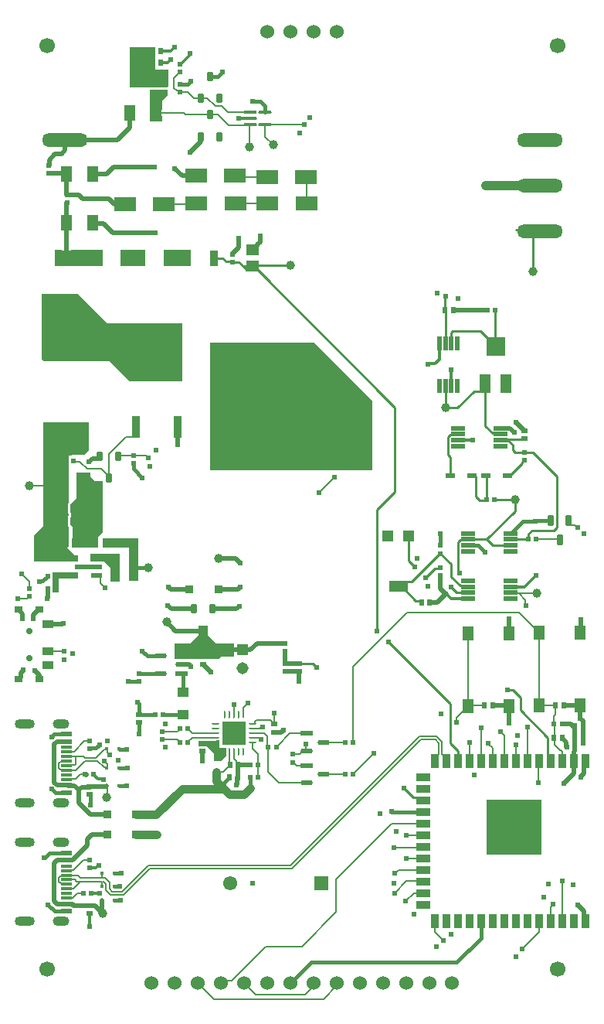
<source format=gtl>
G04*
G04 #@! TF.GenerationSoftware,Altium Limited,Altium Designer,25.4.2 (15)*
G04*
G04 Layer_Physical_Order=1*
G04 Layer_Color=255*
%FSLAX44Y44*%
%MOMM*%
G71*
G04*
G04 #@! TF.SameCoordinates,1E8D850E-D21C-4C0F-B5A5-9806772CD421*
G04*
G04*
G04 #@! TF.FilePolarity,Positive*
G04*
G01*
G75*
%ADD12C,0.1524*%
%ADD16C,0.2540*%
%ADD17R,1.3383X0.5780*%
G04:AMPARAMS|DCode=18|XSize=1.3383mm|YSize=0.578mm|CornerRadius=0.289mm|HoleSize=0mm|Usage=FLASHONLY|Rotation=180.000|XOffset=0mm|YOffset=0mm|HoleType=Round|Shape=RoundedRectangle|*
%AMROUNDEDRECTD18*
21,1,1.3383,0.0000,0,0,180.0*
21,1,0.7603,0.5780,0,0,180.0*
1,1,0.5780,-0.3802,0.0000*
1,1,0.5780,0.3802,0.0000*
1,1,0.5780,0.3802,0.0000*
1,1,0.5780,-0.3802,0.0000*
%
%ADD18ROUNDEDRECTD18*%
%ADD19R,0.6000X0.6400*%
%ADD20R,1.1000X1.0000*%
%ADD21R,0.6400X0.6000*%
%ADD22R,5.0000X2.9000*%
%ADD23R,0.5400X0.6000*%
%ADD24R,0.2500X0.8000*%
G04:AMPARAMS|DCode=25|XSize=0.8mm|YSize=0.25mm|CornerRadius=0.125mm|HoleSize=0mm|Usage=FLASHONLY|Rotation=270.000|XOffset=0mm|YOffset=0mm|HoleType=Round|Shape=RoundedRectangle|*
%AMROUNDEDRECTD25*
21,1,0.8000,0.0000,0,0,270.0*
21,1,0.5500,0.2500,0,0,270.0*
1,1,0.2500,0.0000,-0.2750*
1,1,0.2500,0.0000,0.2750*
1,1,0.2500,0.0000,0.2750*
1,1,0.2500,0.0000,-0.2750*
%
%ADD25ROUNDEDRECTD25*%
G04:AMPARAMS|DCode=26|XSize=0.25mm|YSize=0.8mm|CornerRadius=0.125mm|HoleSize=0mm|Usage=FLASHONLY|Rotation=270.000|XOffset=0mm|YOffset=0mm|HoleType=Round|Shape=RoundedRectangle|*
%AMROUNDEDRECTD26*
21,1,0.2500,0.5500,0,0,270.0*
21,1,0.0000,0.8000,0,0,270.0*
1,1,0.2500,-0.2750,0.0000*
1,1,0.2500,-0.2750,0.0000*
1,1,0.2500,0.2750,0.0000*
1,1,0.2500,0.2750,0.0000*
%
%ADD26ROUNDEDRECTD26*%
%ADD27R,2.6000X2.6000*%
%ADD28R,1.2954X1.2954*%
%ADD29C,1.0000*%
%ADD30R,1.3000X2.0000*%
%ADD31R,2.0000X2.0000*%
G04:AMPARAMS|DCode=32|XSize=0.45mm|YSize=1.55mm|CornerRadius=0.0495mm|HoleSize=0mm|Usage=FLASHONLY|Rotation=0.000|XOffset=0mm|YOffset=0mm|HoleType=Round|Shape=RoundedRectangle|*
%AMROUNDEDRECTD32*
21,1,0.4500,1.4510,0,0,0.0*
21,1,0.3510,1.5500,0,0,0.0*
1,1,0.0990,0.1755,-0.7255*
1,1,0.0990,-0.1755,-0.7255*
1,1,0.0990,-0.1755,0.7255*
1,1,0.0990,0.1755,0.7255*
%
%ADD32ROUNDEDRECTD32*%
G04:AMPARAMS|DCode=33|XSize=0.45mm|YSize=1.55mm|CornerRadius=0.0495mm|HoleSize=0mm|Usage=FLASHONLY|Rotation=270.000|XOffset=0mm|YOffset=0mm|HoleType=Round|Shape=RoundedRectangle|*
%AMROUNDEDRECTD33*
21,1,0.4500,1.4510,0,0,270.0*
21,1,0.3510,1.5500,0,0,270.0*
1,1,0.0990,-0.7255,-0.1755*
1,1,0.0990,-0.7255,0.1755*
1,1,0.0990,0.7255,0.1755*
1,1,0.0990,0.7255,-0.1755*
%
%ADD33ROUNDEDRECTD33*%
%ADD34R,0.6000X0.5400*%
%ADD35R,1.1000X0.5000*%
G04:AMPARAMS|DCode=36|XSize=1.23mm|YSize=0.6mm|CornerRadius=0.075mm|HoleSize=0mm|Usage=FLASHONLY|Rotation=270.000|XOffset=0mm|YOffset=0mm|HoleType=Round|Shape=RoundedRectangle|*
%AMROUNDEDRECTD36*
21,1,1.2300,0.4500,0,0,270.0*
21,1,1.0800,0.6000,0,0,270.0*
1,1,0.1500,-0.2250,-0.5400*
1,1,0.1500,-0.2250,0.5400*
1,1,0.1500,0.2250,0.5400*
1,1,0.1500,0.2250,-0.5400*
%
%ADD36ROUNDEDRECTD36*%
%ADD37R,0.9000X1.5000*%
%ADD38R,1.5000X0.9000*%
%ADD39R,0.9000X0.9000*%
%ADD40R,0.9000X0.9500*%
G04:AMPARAMS|DCode=41|XSize=1.3571mm|YSize=0.5721mm|CornerRadius=0.2861mm|HoleSize=0mm|Usage=FLASHONLY|Rotation=0.000|XOffset=0mm|YOffset=0mm|HoleType=Round|Shape=RoundedRectangle|*
%AMROUNDEDRECTD41*
21,1,1.3571,0.0000,0,0,0.0*
21,1,0.7850,0.5721,0,0,0.0*
1,1,0.5721,0.3925,0.0000*
1,1,0.5721,-0.3925,0.0000*
1,1,0.5721,-0.3925,0.0000*
1,1,0.5721,0.3925,0.0000*
%
%ADD41ROUNDEDRECTD41*%
%ADD42R,1.3571X0.5721*%
G04:AMPARAMS|DCode=43|XSize=0.65mm|YSize=1mm|CornerRadius=0.0813mm|HoleSize=0mm|Usage=FLASHONLY|Rotation=0.000|XOffset=0mm|YOffset=0mm|HoleType=Round|Shape=RoundedRectangle|*
%AMROUNDEDRECTD43*
21,1,0.6500,0.8375,0,0,0.0*
21,1,0.4875,1.0000,0,0,0.0*
1,1,0.1625,0.2438,-0.4188*
1,1,0.1625,-0.2438,-0.4188*
1,1,0.1625,-0.2438,0.4188*
1,1,0.1625,0.2438,0.4188*
%
%ADD43ROUNDEDRECTD43*%
%ADD44R,1.2500X1.1000*%
%ADD45R,1.0000X3.0000*%
%ADD46R,1.2000X0.6000*%
%ADD47R,1.4500X2.8100*%
%ADD48R,1.4700X1.1600*%
%ADD49R,0.9398X2.4892*%
%ADD50R,5.5626X6.2992*%
%ADD51R,0.9700X1.7300*%
%ADD52R,2.5400X1.8000*%
%ADD53R,1.3000X1.8000*%
G04:AMPARAMS|DCode=54|XSize=1.464mm|YSize=0.3758mm|CornerRadius=0.1879mm|HoleSize=0mm|Usage=FLASHONLY|Rotation=0.000|XOffset=0mm|YOffset=0mm|HoleType=Round|Shape=RoundedRectangle|*
%AMROUNDEDRECTD54*
21,1,1.4640,0.0000,0,0,0.0*
21,1,1.0881,0.3758,0,0,0.0*
1,1,0.3758,0.5441,0.0000*
1,1,0.3758,-0.5441,0.0000*
1,1,0.3758,-0.5441,0.0000*
1,1,0.3758,0.5441,0.0000*
%
%ADD54ROUNDEDRECTD54*%
%ADD55R,1.4640X0.3758*%
%ADD56R,2.3300X1.5500*%
%ADD57R,0.4000X0.4000*%
%ADD58R,1.1500X0.6000*%
%ADD59R,1.1500X0.3000*%
%ADD60R,1.3000X1.5500*%
%ADD61R,0.9300X0.8000*%
%ADD62R,1.2500X0.9000*%
%ADD68R,2.0066X1.2954*%
%ADD95C,1.5500*%
%ADD96R,1.5500X1.5500*%
G04:AMPARAMS|DCode=99|XSize=1mm|YSize=1.8mm|CornerRadius=0.5mm|HoleSize=0mm|Usage=FLASHONLY|Rotation=270.000|XOffset=0mm|YOffset=0mm|HoleType=Round|Shape=RoundedRectangle|*
%AMROUNDEDRECTD99*
21,1,1.0000,0.8000,0,0,270.0*
21,1,0.0000,1.8000,0,0,270.0*
1,1,1.0000,-0.4000,0.0000*
1,1,1.0000,-0.4000,0.0000*
1,1,1.0000,0.4000,0.0000*
1,1,1.0000,0.4000,0.0000*
%
%ADD99ROUNDEDRECTD99*%
G04:AMPARAMS|DCode=100|XSize=1mm|YSize=2.2mm|CornerRadius=0.5mm|HoleSize=0mm|Usage=FLASHONLY|Rotation=270.000|XOffset=0mm|YOffset=0mm|HoleType=Round|Shape=RoundedRectangle|*
%AMROUNDEDRECTD100*
21,1,1.0000,1.2000,0,0,270.0*
21,1,0.0000,2.2000,0,0,270.0*
1,1,1.0000,-0.6000,0.0000*
1,1,1.0000,-0.6000,0.0000*
1,1,1.0000,0.6000,0.0000*
1,1,1.0000,0.6000,0.0000*
%
%ADD100ROUNDEDRECTD100*%
%ADD102C,0.3810*%
%ADD103C,0.5080*%
%ADD104C,0.1532*%
%ADD105C,0.3302*%
%ADD106C,1.0160*%
%ADD107C,0.9398*%
%ADD108O,5.0000X1.5000*%
%ADD109C,1.5240*%
%ADD110C,1.7000*%
%ADD111R,1.3080X1.3080*%
%ADD112C,1.3080*%
%ADD113C,0.7000*%
%ADD114C,0.6096*%
G36*
X161860Y1044260D02*
X161860D01*
Y1042740D01*
X161860D01*
Y1031260D01*
X162000D01*
Y1029000D01*
X176000D01*
Y1011466D01*
X175200Y1010190D01*
X156220D01*
X155266Y1010000D01*
X133991D01*
X133408Y1011408D01*
X134000Y1012000D01*
Y1054000D01*
X161860D01*
Y1044260D01*
D02*
G37*
G36*
X175200Y1001600D02*
X169000Y995400D01*
Y985367D01*
X162500D01*
X161212Y985110D01*
X160119Y984381D01*
X159390Y983288D01*
X159133Y982000D01*
X159390Y980712D01*
X160119Y979619D01*
X161212Y978890D01*
X162500Y978633D01*
X169000D01*
Y973000D01*
X156000D01*
Y1007380D01*
X156220Y1007600D01*
X175200D01*
Y1001600D01*
D02*
G37*
G36*
X77050Y831650D02*
X104050D01*
Y814350D01*
X94350D01*
X94000Y814000D01*
X51300D01*
Y832000D01*
X59321D01*
Y825140D01*
X59215Y824982D01*
X58821Y823000D01*
X59215Y821018D01*
X60338Y819337D01*
X62018Y818215D01*
X64000Y817821D01*
X65982Y818215D01*
X67663Y819337D01*
X68162Y819837D01*
X69285Y821518D01*
X69679Y823500D01*
Y832000D01*
X76700D01*
X77050Y831650D01*
D02*
G37*
G36*
X201050Y814350D02*
X170950D01*
Y831650D01*
X201050D01*
Y814350D01*
D02*
G37*
G36*
X151050D02*
X123950D01*
Y831650D01*
X151050D01*
Y814350D01*
D02*
G37*
G36*
X109000Y752000D02*
X191000D01*
Y688000D01*
X134000D01*
X112000Y710000D01*
X40000D01*
X37000Y713000D01*
Y784000D01*
X77000D01*
X109000Y752000D01*
D02*
G37*
G36*
X400050Y666750D02*
Y590550D01*
X222250D01*
X222000Y593750D01*
X222250Y594000D01*
Y730250D01*
X336550D01*
X400050Y666750D01*
D02*
G37*
G36*
X91000Y584000D02*
X96000Y579000D01*
X104000D01*
Y523000D01*
X99000Y518000D01*
Y506000D01*
X71414D01*
X71000Y507000D01*
Y529000D01*
X69000Y531000D01*
Y539161D01*
X69393Y539749D01*
X69590Y540740D01*
Y543260D01*
X69393Y544251D01*
X69000Y544839D01*
Y553161D01*
X69393Y553749D01*
X69552Y554552D01*
X75000Y560000D01*
Y588000D01*
X91000D01*
Y584000D01*
D02*
G37*
G36*
X89000Y613000D02*
X84000Y608000D01*
X70000D01*
Y607000D01*
X69540Y606540D01*
X67080D01*
Y604080D01*
X67000Y604000D01*
Y554740D01*
X65860D01*
Y543260D01*
X67000D01*
Y540740D01*
X65860D01*
Y529260D01*
X67000D01*
Y508000D01*
X65000Y506000D01*
X67460Y503540D01*
Y503460D01*
X67540D01*
X73000Y498000D01*
X77000D01*
Y491000D01*
X29000D01*
Y506000D01*
D01*
Y520000D01*
X39000Y530000D01*
Y563000D01*
Y643000D01*
X89000D01*
Y613000D01*
D02*
G37*
G36*
X143000Y488532D02*
X138000D01*
X136266Y488187D01*
X134795Y487205D01*
X134524Y486799D01*
X133000Y487261D01*
Y506000D01*
X104000D01*
Y516000D01*
X143000D01*
Y488532D01*
D02*
G37*
G36*
X123000Y469000D02*
X113000D01*
Y484000D01*
X106000Y491000D01*
X91000D01*
Y499000D01*
X123000D01*
Y469000D01*
D02*
G37*
G36*
X77000Y472000D02*
X56000D01*
Y457000D01*
X49000D01*
Y479000D01*
X77000D01*
Y472000D01*
D02*
G37*
G36*
X219000Y410000D02*
X228000Y401000D01*
X248420D01*
Y396540D01*
X257500D01*
Y391460D01*
X248420D01*
Y387000D01*
X234000D01*
X231000Y384000D01*
X219740D01*
Y384140D01*
X208260D01*
Y384000D01*
X183000D01*
Y401000D01*
X200000D01*
X209000Y410000D01*
Y421000D01*
X219000D01*
Y410000D01*
D02*
G37*
G36*
X232000Y287000D02*
X240000D01*
Y278000D01*
X234000Y272000D01*
X226000D01*
Y281000D01*
X219000Y288000D01*
X218740D01*
Y288540D01*
X209000D01*
Y294735D01*
X217143D01*
X217675Y294629D01*
X228000D01*
X229290Y294886D01*
X229461Y295000D01*
X232000D01*
Y287000D01*
D02*
G37*
G36*
X585000Y170000D02*
X525000D01*
Y230000D01*
X585000D01*
Y170000D01*
D02*
G37*
D12*
X271230Y297980D02*
X274745D01*
X276975Y295750D02*
X277750D01*
X274745Y297980D02*
X276975Y295750D01*
X65250Y252500D02*
X65480Y252730D01*
X65250Y282500D02*
X65480Y282730D01*
X72600D01*
X65480Y252730D02*
X74220D01*
X72600Y282730D02*
X84190Y294320D01*
X74220Y252730D02*
X79490Y258000D01*
X86000D01*
X109000Y215250D02*
X110250Y214000D01*
X109000Y233000D02*
Y245000D01*
X109000Y245000D02*
X109000Y245000D01*
X84190Y294320D02*
X91000D01*
X110800Y582000D02*
Y608962D01*
X24000Y461640D02*
Y468760D01*
X15240Y477520D02*
X24000Y468760D01*
X594973Y97626D02*
Y112011D01*
X598000Y115038D01*
Y116000D01*
X582000Y249000D02*
Y272100D01*
X582400Y272500D01*
X282201Y969500D02*
X282434Y969267D01*
X324733D01*
X325000Y969000D01*
X504500Y333750D02*
X505250Y333000D01*
X504500Y333750D02*
Y411750D01*
X557000Y272500D02*
Y290000D01*
X233800Y29600D02*
X235994Y31794D01*
X245230D01*
X282951Y69515D01*
X322515D01*
X360000Y107000D01*
Y143000D01*
X421050Y204050D01*
X455600D01*
X260029Y969500D02*
X265563D01*
X401000Y280980D02*
Y281000D01*
X378320Y258300D02*
X401000Y280980D01*
X378320Y258000D02*
Y258300D01*
X560454Y434796D02*
X582500Y412750D01*
X437796Y434796D02*
X560454D01*
X378320Y293000D02*
Y375320D01*
X437796Y434796D01*
X582500Y408363D02*
Y412750D01*
X506000Y272700D02*
X506200Y272500D01*
X506000Y272700D02*
Y293000D01*
X341000Y566000D02*
X358000Y583000D01*
X282201Y955799D02*
X291000Y947000D01*
X282201Y955799D02*
Y969500D01*
X265299Y983000D02*
X265799Y982500D01*
X241000Y983000D02*
X265299D01*
X234810Y989190D02*
X241000Y983000D01*
X227648Y989190D02*
X234810D01*
X218838Y998000D02*
X227648Y989190D01*
X211600Y998000D02*
X218838D01*
X265000Y945000D02*
Y968937D01*
X265563Y969500D01*
X265799D01*
X242000Y968000D02*
X258529D01*
X260029Y969500D01*
X230000Y980000D02*
X242000Y968000D01*
X221800Y980000D02*
X230000D01*
X162500Y982000D02*
X193000D01*
X195000Y980000D01*
X221800D01*
X189000Y1004680D02*
X197320D01*
X204000Y998000D01*
X211600D01*
X187570Y1006110D02*
X189000Y1004680D01*
X185122Y1006110D02*
X187570D01*
X182190Y1009042D02*
X185122Y1006110D01*
X182190Y1009042D02*
Y1020170D01*
X188700Y1026680D01*
X189000D01*
X249000Y913000D02*
X250000Y912000D01*
X284300D01*
X327000D02*
X327350Y911650D01*
Y883000D02*
Y911650D01*
X249350Y883000D02*
X284650D01*
X205650Y882000D02*
X206650Y883000D01*
X171000Y882000D02*
X205650D01*
X64250Y122500D02*
X64480Y122730D01*
X70900D01*
X76170Y128000D01*
X82680D01*
X228375Y260608D02*
X236208D01*
X243600Y268000D01*
X64250Y152500D02*
X64480Y152730D01*
X71600D01*
X83190Y164320D01*
X90000D01*
X582500Y333250D02*
Y408363D01*
X564000Y67000D02*
X582400Y85400D01*
Y97500D01*
X468100Y85077D02*
Y97500D01*
Y85077D02*
X477192Y75984D01*
X491878Y314919D02*
Y319628D01*
X607800Y97500D02*
X608000Y97700D01*
Y141000D01*
X624038Y528000D02*
X625000D01*
X621310Y530728D02*
X624038Y528000D01*
X616230Y530728D02*
X621310D01*
X614500Y532458D02*
X616230Y530728D01*
X614500Y532458D02*
Y535600D01*
X604400Y515000D02*
X605000Y514400D01*
X579320Y515000D02*
X604400D01*
X110800Y608962D02*
X129128Y627290D01*
X136711D01*
X140140Y630719D01*
Y638466D01*
X518900Y272500D02*
X519000Y272600D01*
Y309000D01*
X151360Y606640D02*
X154000Y604000D01*
X138000Y606640D02*
X151360D01*
X121640D02*
X138000D01*
X121000Y606000D02*
X121640Y606640D01*
X24000Y574000D02*
X43000D01*
X110800Y582000D02*
Y583750D01*
X102050Y592500D02*
X110800Y583750D01*
X86801Y592500D02*
X102050D01*
X78830Y600471D02*
X86801Y592500D01*
X72849Y600471D02*
X78830D01*
X72320Y601000D02*
X72849Y600471D01*
X97000Y475500D02*
X100000D01*
X101730Y473770D01*
Y467270D02*
Y473770D01*
Y467270D02*
X107000Y462000D01*
X41000Y504000D02*
X47000D01*
X44050Y392500D02*
X44550Y393000D01*
X62000D01*
X11000Y450000D02*
X21000D01*
X24000Y453000D01*
X243000Y268600D02*
X243170Y268770D01*
Y276250D01*
X243250D01*
X227980Y292980D02*
X228000Y293000D01*
X226430Y282750D02*
X238250D01*
Y280040D02*
Y282750D01*
X268500Y285630D02*
X274320Y279810D01*
X268500Y285630D02*
Y293000D01*
Y303000D02*
X268520Y302980D01*
X268500Y308000D02*
X276038D01*
X278000Y309962D01*
X248230Y323270D02*
X248250Y323250D01*
X270907Y313000D02*
X270927Y313020D01*
Y315427D01*
X268500Y313000D02*
X270907D01*
X270927Y315427D02*
X272500Y317000D01*
X258250Y323250D02*
Y331060D01*
X278000Y309962D02*
X278038Y310000D01*
X279000D01*
X274480Y255160D02*
X274640Y255000D01*
X274480Y255160D02*
Y267840D01*
X274320Y268000D02*
X274480Y267840D01*
X243250Y276250D02*
Y282750D01*
X594973Y97626D02*
X595100Y97500D01*
X263000Y335810D02*
Y336000D01*
X258250Y331060D02*
X263000Y335810D01*
X327000Y283995D02*
X327495Y283500D01*
X327000Y283995D02*
Y291000D01*
X287800Y317000D02*
X290070Y314730D01*
Y314530D02*
X291800Y312800D01*
X272500Y317000D02*
X287800D01*
X290070Y314530D02*
Y314730D01*
X291800Y312800D02*
X292000D01*
X268520Y302980D02*
X281020D01*
X284250Y299750D01*
Y289430D02*
Y299750D01*
X285680Y260320D02*
Y288000D01*
X284250Y289430D02*
X285680Y288000D01*
X248000Y334000D02*
X248230Y333770D01*
Y323270D02*
Y333770D01*
X234618Y276408D02*
X238250Y280040D01*
X230402Y276408D02*
X234618D01*
X229722Y275728D02*
X230402Y276408D01*
X292000Y312800D02*
Y325000D01*
X216200Y292980D02*
X226430Y282750D01*
X216200Y292980D02*
X227980D01*
X213000Y291800D02*
X214180Y292980D01*
X216200D01*
X274320Y268000D02*
Y279810D01*
X551250Y456750D02*
X552198Y455802D01*
X560078D01*
X567320Y448560D01*
Y443680D02*
Y448560D01*
Y443680D02*
X568000Y443000D01*
X437000Y191000D02*
X437350Y191350D01*
X455600D01*
X423000Y178000D02*
X454950D01*
X455600Y178650D01*
X437000Y166000D02*
X437050Y165950D01*
X455600D01*
X424000Y150000D02*
X424962D01*
X428212Y153250D01*
X455600D01*
X424000Y128000D02*
X437000Y141000D01*
X455150D01*
X445000Y128000D02*
X455450D01*
X436000Y119000D02*
X445000Y128000D01*
X455150Y141000D02*
X455600Y140550D01*
X455450Y128000D02*
X455600Y127850D01*
X531600Y272500D02*
Y286644D01*
X527000Y291244D02*
X531600Y286644D01*
X527000Y291244D02*
Y292000D01*
X544300Y272500D02*
Y299944D01*
X540000Y304244D02*
X544300Y299944D01*
X540000Y304244D02*
Y305000D01*
X569850Y273398D02*
Y309850D01*
X570000Y310000D01*
X569326Y272874D02*
X569850Y273398D01*
X579625Y456375D02*
X580000Y456000D01*
X551625Y456375D02*
X579625D01*
X551250Y456750D02*
X551625Y456375D01*
X491878Y319628D02*
X505250Y333000D01*
X522600D01*
X250670Y269730D02*
X252400Y268000D01*
X250670Y269730D02*
Y272520D01*
X248250Y274940D02*
X250670Y272520D01*
X248250Y274940D02*
Y282750D01*
X600600Y322985D02*
Y333000D01*
X599000Y321385D02*
X600600Y322985D01*
X599000Y313000D02*
Y321385D01*
X582750Y333000D02*
X600600D01*
X582500Y333250D02*
X582750Y333000D01*
X599200Y290101D02*
Y300000D01*
Y290101D02*
X605159Y284142D01*
X606312D01*
X607800Y282654D01*
Y272500D02*
Y282654D01*
X599000Y313000D02*
X599100Y312900D01*
Y300100D02*
Y312900D01*
Y300100D02*
X599200Y300000D01*
X569326Y272874D02*
X569700Y272500D01*
X531600D02*
X532000Y272900D01*
X308820Y302500D02*
X327495D01*
X296050Y289730D02*
X308820Y302500D01*
X295750Y289730D02*
X296050D01*
X294320Y288300D02*
X295750Y289730D01*
X294320Y288000D02*
Y288300D01*
X323670Y283500D02*
X327495D01*
X319810Y279640D02*
X323670Y283500D01*
X313000Y279640D02*
X319810D01*
X285680Y260320D02*
X297500Y248500D01*
X327495D01*
X313000Y271000D02*
X313300D01*
X316800Y267500D01*
X327495D01*
X346506Y258000D02*
X369680D01*
X346506Y293000D02*
X369680D01*
X454550Y203000D02*
X455600Y204050D01*
X346000Y12000D02*
X360800Y26800D01*
X226000Y12000D02*
X346000D01*
X326317Y17080D02*
X335400Y26163D01*
X259200Y29600D02*
X271720Y17080D01*
X208400Y29600D02*
X226000Y12000D01*
X271720Y17080D02*
X326317D01*
X360800Y26800D02*
Y29600D01*
X335400Y26163D02*
Y29600D01*
D16*
X267600Y814000D02*
X269950D01*
X424500Y659450D01*
Y566750D02*
Y659450D01*
X405000Y547250D02*
X424500Y566750D01*
X405000Y415000D02*
Y547250D01*
X268600Y814000D02*
Y815000D01*
X575000Y610320D02*
X575680D01*
X556168D02*
X575000D01*
X575680D02*
X602310Y583690D01*
Y528311D02*
Y583690D01*
X570555Y515125D02*
X571000Y515570D01*
Y521000D01*
X574656Y524656D01*
X598654D01*
X602310Y528311D01*
X548000Y350000D02*
X554000D01*
X562000Y342000D01*
Y328000D02*
Y342000D01*
Y328000D02*
X591870Y298130D01*
Y275730D02*
Y298130D01*
Y275730D02*
X595100Y272500D01*
X258000Y814000D02*
X262025Y809975D01*
X246000Y818680D02*
X253320D01*
X258000Y814000D01*
X417000Y403000D02*
Y403000D01*
Y403000D02*
X485000Y335000D01*
Y292000D02*
Y335000D01*
Y292000D02*
X493500Y283500D01*
Y272500D02*
Y283500D01*
X258000Y814000D02*
X267600D01*
X268600Y815000D01*
X310000D01*
X245490Y819190D02*
X246000Y818680D01*
X239190Y819190D02*
X245490D01*
X235380Y823000D02*
X239190Y819190D01*
X225800Y823000D02*
X235380D01*
X452370Y232680D02*
X455600Y229450D01*
X444320Y232680D02*
X452370D01*
X434000Y243000D02*
X444320Y232680D01*
X334600Y379400D02*
X339000Y375000D01*
X319000Y379400D02*
X334600D01*
X551375Y515125D02*
X570555D01*
X551250Y515250D02*
X551375Y515125D01*
X479600Y780600D02*
X480000Y781000D01*
X479600Y769200D02*
Y780600D01*
X486250Y741250D02*
X488000Y743000D01*
X518000D02*
X535000Y726000D01*
X488000Y743000D02*
X518000D01*
X486250Y729250D02*
Y741250D01*
Y729250D02*
X487034Y730034D01*
X479675Y729325D02*
Y765925D01*
X523500Y639120D02*
Y686000D01*
Y639120D02*
X531422Y631198D01*
X539302D01*
X540250Y630250D01*
X480000Y659000D02*
X493135D01*
X511405Y677270D02*
X518270D01*
X493135Y659000D02*
X511405Y677270D01*
X554000Y612488D02*
X556168Y610320D01*
X554000Y612488D02*
Y617880D01*
X549078Y622802D02*
X554000Y617880D01*
X541198Y622802D02*
X549078D01*
X540250Y623750D02*
X541198Y622802D01*
X523680Y558000D02*
X524680Y559000D01*
X517000Y558000D02*
X523680D01*
X512730Y562270D02*
X517000Y558000D01*
X512730Y562270D02*
Y583770D01*
X511500Y585000D02*
X512730Y583770D01*
X508500Y585000D02*
X511500D01*
X472570Y482890D02*
X474000Y484320D01*
X467890Y482890D02*
X472570D01*
X458000Y473000D02*
X467890Y482890D01*
X439500Y491500D02*
X446000Y485000D01*
X439500Y491500D02*
Y518500D01*
X492802Y629302D02*
X493750Y630250D01*
X482698Y608055D02*
Y627078D01*
X484922Y629302D02*
X492802D01*
X479875Y659125D02*
Y682625D01*
X479750Y682750D02*
X479875Y682625D01*
Y659125D02*
X480000Y659000D01*
X576000Y808000D02*
Y853000D01*
X575000Y854000D02*
X576000Y853000D01*
X557500Y854000D02*
X575000D01*
X479600Y766000D02*
X479882Y766282D01*
X534320Y726680D02*
X535000Y726000D01*
X534320Y726680D02*
Y766000D01*
X479600D02*
X479675Y765925D01*
Y729325D02*
X479750Y729250D01*
X485500Y585000D02*
Y605253D01*
X482698Y608055D02*
X485500Y605253D01*
X482698Y627078D02*
X484922Y629302D01*
X518270Y677270D02*
X523500Y682500D01*
Y686000D01*
X566000Y625200D02*
X566000Y625200D01*
X565275Y624475D02*
X566000Y625200D01*
X540975Y624475D02*
X565275D01*
X540250Y623750D02*
X540975Y624475D01*
X565700Y601680D02*
X566000D01*
X564270Y600250D02*
X565700Y601680D01*
X564270Y598770D02*
Y600250D01*
X550500Y585000D02*
X564270Y598770D01*
X547500Y585000D02*
X550500D01*
X524500D02*
X524680Y584820D01*
Y559000D02*
Y584820D01*
X525224Y515250D02*
X556000Y546026D01*
Y559000D01*
X533320D02*
X556000D01*
X531724Y508750D02*
X551250D01*
X525224Y515250D02*
X531724Y508750D01*
X504750Y515250D02*
X525224D01*
X503802Y514302D02*
X504750Y515250D01*
X495922Y514302D02*
X503802D01*
X493698Y512078D02*
X495922Y514302D01*
X493698Y480264D02*
Y512078D01*
Y480264D02*
X495000Y478962D01*
Y478000D02*
Y478962D01*
X486000Y463000D02*
X492250Y456750D01*
X504750D01*
X485826Y474294D02*
X495922Y464198D01*
X453600Y446000D02*
Y446200D01*
X451870Y447930D02*
X453600Y446200D01*
X447126Y447930D02*
X451870D01*
X431556Y463500D02*
X447126Y447930D01*
X428000Y463500D02*
X431556D01*
X473700Y499680D02*
X474000D01*
X442727Y468707D02*
X473700Y499680D01*
X433207Y468707D02*
X442727D01*
X428000Y463500D02*
X433207Y468707D01*
X474300Y499680D02*
X485826Y488154D01*
Y474294D02*
Y488154D01*
X495922Y464198D02*
X503802D01*
X504750Y463250D01*
D17*
X190162Y368500D02*
D03*
D18*
Y378000D02*
D03*
Y387500D02*
D03*
X167838D02*
D03*
Y368500D02*
D03*
D19*
X630510Y310134D02*
D03*
X621710D02*
D03*
X621600Y293000D02*
D03*
X630400D02*
D03*
X531400Y333000D02*
D03*
X522600D02*
D03*
X600600D02*
D03*
X609400D02*
D03*
X607650Y297688D02*
D03*
X598850D02*
D03*
X252400Y268000D02*
D03*
X243600D02*
D03*
X243200Y255000D02*
D03*
X252000D02*
D03*
X479600Y766000D02*
D03*
X488400D02*
D03*
X453600Y446000D02*
D03*
X462400D02*
D03*
X167400Y1050000D02*
D03*
X158600D02*
D03*
Y1037000D02*
D03*
X167400D02*
D03*
X62600Y535000D02*
D03*
X71400D02*
D03*
Y549000D02*
D03*
X62600D02*
D03*
D20*
X58500Y511000D02*
D03*
X75500D02*
D03*
X92500D02*
D03*
X109500D02*
D03*
D21*
X90000Y244400D02*
D03*
Y235600D02*
D03*
X292000Y304000D02*
D03*
Y312800D02*
D03*
X213000Y291800D02*
D03*
Y283000D02*
D03*
X90000Y105600D02*
D03*
Y114400D02*
D03*
X566000Y634000D02*
D03*
Y625200D02*
D03*
X144000Y314600D02*
D03*
Y323400D02*
D03*
X214000Y387400D02*
D03*
Y378600D02*
D03*
X319000Y370600D02*
D03*
Y379400D02*
D03*
X172000Y1013400D02*
D03*
Y1004600D02*
D03*
D22*
X64000Y727000D02*
D03*
Y628000D02*
D03*
D23*
X72320Y601000D02*
D03*
X63680D02*
D03*
X524680Y559000D02*
D03*
X533320D02*
D03*
X579320Y515000D02*
D03*
X570680D02*
D03*
X599000Y313000D02*
D03*
X607640D02*
D03*
X91320Y128000D02*
D03*
X82680D02*
D03*
X294320Y288000D02*
D03*
X285680D02*
D03*
X378320Y293000D02*
D03*
X369680D02*
D03*
X378320Y258000D02*
D03*
X369680D02*
D03*
X274320Y268000D02*
D03*
X265680D02*
D03*
X266000Y255000D02*
D03*
X274640D02*
D03*
X197320Y293000D02*
D03*
X188680D02*
D03*
X197320Y308000D02*
D03*
X188680D02*
D03*
X170320Y323000D02*
D03*
X161680D02*
D03*
X52320Y461000D02*
D03*
X43680D02*
D03*
Y475000D02*
D03*
X52320D02*
D03*
X93640Y258000D02*
D03*
X85000D02*
D03*
X525680Y766000D02*
D03*
X534320D02*
D03*
D24*
X258250Y323250D02*
D03*
D25*
X253250D02*
D03*
X248250D02*
D03*
X243250D02*
D03*
X238250D02*
D03*
Y282750D02*
D03*
X243250D02*
D03*
X248250D02*
D03*
X253250D02*
D03*
X258250D02*
D03*
D26*
X228000Y313000D02*
D03*
Y308000D02*
D03*
Y303000D02*
D03*
Y298000D02*
D03*
Y293000D02*
D03*
X268500D02*
D03*
Y298000D02*
D03*
Y303000D02*
D03*
Y308000D02*
D03*
Y313000D02*
D03*
D27*
X248250Y303000D02*
D03*
D28*
X439500Y518500D02*
D03*
X416500D02*
D03*
D29*
X576000Y808000D02*
D03*
X480000Y659000D02*
D03*
X556000Y559000D02*
D03*
X580000Y456000D02*
D03*
X104000Y106000D02*
D03*
X108000Y233000D02*
D03*
X174000Y425000D02*
D03*
X231000Y494000D02*
D03*
X154000Y484000D02*
D03*
X24000Y574000D02*
D03*
X310000Y815000D02*
D03*
X291000Y947000D02*
D03*
X265000Y945000D02*
D03*
D30*
X546500Y686000D02*
D03*
X523500D02*
D03*
D31*
X535000Y726000D02*
D03*
D32*
X492750Y729250D02*
D03*
X486250D02*
D03*
X479750D02*
D03*
X473250D02*
D03*
X492750Y682750D02*
D03*
X486250D02*
D03*
X479750D02*
D03*
X473250D02*
D03*
D33*
X540250Y617250D02*
D03*
Y623750D02*
D03*
Y630250D02*
D03*
Y636750D02*
D03*
X493750Y617250D02*
D03*
Y623750D02*
D03*
Y630250D02*
D03*
Y636750D02*
D03*
X504750Y521750D02*
D03*
Y515250D02*
D03*
Y508750D02*
D03*
Y502250D02*
D03*
X551250Y521750D02*
D03*
Y515250D02*
D03*
Y508750D02*
D03*
Y502250D02*
D03*
X504750Y469750D02*
D03*
Y463250D02*
D03*
Y456750D02*
D03*
Y450250D02*
D03*
X551250Y469750D02*
D03*
Y463250D02*
D03*
Y456750D02*
D03*
Y450250D02*
D03*
D34*
X566000Y601680D02*
D03*
Y610320D02*
D03*
X474000Y499680D02*
D03*
Y508320D02*
D03*
Y475680D02*
D03*
Y484320D02*
D03*
X90000Y155680D02*
D03*
Y164320D02*
D03*
X312166Y271014D02*
D03*
Y279654D02*
D03*
X304000Y392680D02*
D03*
Y401320D02*
D03*
Y379320D02*
D03*
Y370680D02*
D03*
X144000Y368320D02*
D03*
Y359680D02*
D03*
X24000Y461640D02*
D03*
Y453000D02*
D03*
X138000Y598000D02*
D03*
Y606640D02*
D03*
X246000Y827320D02*
D03*
Y818680D02*
D03*
X65000Y892320D02*
D03*
Y883680D02*
D03*
X45000Y924320D02*
D03*
Y915680D02*
D03*
X159000Y1004680D02*
D03*
Y1013320D02*
D03*
X189000D02*
D03*
Y1004680D02*
D03*
Y1035320D02*
D03*
Y1026680D02*
D03*
X90000Y285680D02*
D03*
Y294320D02*
D03*
D35*
X547500Y585000D02*
D03*
X524500D02*
D03*
X508500D02*
D03*
X485500D02*
D03*
D36*
X614500Y535600D02*
D03*
X595500D02*
D03*
X605000Y514400D02*
D03*
D37*
X633200Y272500D02*
D03*
X620500D02*
D03*
X607800D02*
D03*
X595100D02*
D03*
X582400D02*
D03*
X569700D02*
D03*
X557000D02*
D03*
X544300D02*
D03*
X531600D02*
D03*
X518900D02*
D03*
X506200D02*
D03*
X493500D02*
D03*
X468100Y97500D02*
D03*
X480800D02*
D03*
X493500D02*
D03*
X506200D02*
D03*
X518900D02*
D03*
X531600D02*
D03*
X544300D02*
D03*
X557000D02*
D03*
X569700D02*
D03*
X582400D02*
D03*
X595100D02*
D03*
X607800D02*
D03*
X620500D02*
D03*
X633200D02*
D03*
X480800Y272500D02*
D03*
X468100D02*
D03*
D38*
X455600Y254850D02*
D03*
Y242150D02*
D03*
Y229450D02*
D03*
Y216750D02*
D03*
Y204050D02*
D03*
Y191350D02*
D03*
Y178650D02*
D03*
Y165950D02*
D03*
Y153250D02*
D03*
Y140550D02*
D03*
Y127850D02*
D03*
Y115150D02*
D03*
D39*
X556000Y200000D02*
D03*
X570000D02*
D03*
Y214000D02*
D03*
X556000D02*
D03*
X542000D02*
D03*
Y200000D02*
D03*
Y186000D02*
D03*
X556000D02*
D03*
X570000D02*
D03*
D40*
X140500Y192000D02*
D03*
X109000D02*
D03*
X140750Y214000D02*
D03*
X109250D02*
D03*
X230750Y460000D02*
D03*
X199250D02*
D03*
D41*
X346506Y293000D02*
D03*
X327495Y283500D02*
D03*
X346506Y258000D02*
D03*
X327495Y248500D02*
D03*
D42*
Y302500D02*
D03*
Y267500D02*
D03*
D43*
X214000Y415000D02*
D03*
X203800Y439000D02*
D03*
X224200D02*
D03*
X221800Y1022000D02*
D03*
X232000Y998000D02*
D03*
X211600D02*
D03*
X221800Y980000D02*
D03*
X232000Y956000D02*
D03*
X211600D02*
D03*
X121000Y606000D02*
D03*
X100600D02*
D03*
X110800Y582000D02*
D03*
D44*
X192000Y348000D02*
D03*
Y323000D02*
D03*
D45*
X138000Y484000D02*
D03*
X118000D02*
D03*
D46*
X71000Y475500D02*
D03*
Y494500D02*
D03*
X97000D02*
D03*
Y485000D02*
D03*
Y475500D02*
D03*
D47*
X82300Y574000D02*
D03*
X53700D02*
D03*
D48*
X268000Y832000D02*
D03*
Y814400D02*
D03*
D49*
X185860Y638466D02*
D03*
X140140D02*
D03*
D50*
X163000Y720000D02*
D03*
D51*
X225800Y823000D02*
D03*
X196200D02*
D03*
X175800D02*
D03*
X146200D02*
D03*
X128800D02*
D03*
X99200D02*
D03*
D52*
X64000D02*
D03*
Y775000D02*
D03*
D53*
X93500Y862000D02*
D03*
X64500D02*
D03*
X93500Y915000D02*
D03*
X64500D02*
D03*
X162500Y982000D02*
D03*
X133500D02*
D03*
D54*
X282201Y982500D02*
D03*
Y969500D02*
D03*
X265799D02*
D03*
Y976000D02*
D03*
D55*
Y982500D02*
D03*
D56*
X128300Y882000D02*
D03*
X171000D02*
D03*
X249350Y883000D02*
D03*
X206650D02*
D03*
X327000Y912000D02*
D03*
X284300D02*
D03*
X284650Y883000D02*
D03*
X327350D02*
D03*
X249000Y913000D02*
D03*
X206300D02*
D03*
D57*
X108000Y265000D02*
D03*
X122000D02*
D03*
X108000Y286000D02*
D03*
X122000D02*
D03*
X122322Y245522D02*
D03*
X108322D02*
D03*
X117000Y120000D02*
D03*
X103000D02*
D03*
X117000Y150000D02*
D03*
X103000D02*
D03*
X117000Y135000D02*
D03*
X103000D02*
D03*
D58*
X64250Y238000D02*
D03*
Y246000D02*
D03*
Y302000D02*
D03*
Y294000D02*
D03*
Y108000D02*
D03*
Y116000D02*
D03*
Y172000D02*
D03*
Y164000D02*
D03*
D59*
Y252500D02*
D03*
Y282500D02*
D03*
Y287500D02*
D03*
Y272500D02*
D03*
Y277500D02*
D03*
Y262500D02*
D03*
Y267500D02*
D03*
Y257500D02*
D03*
Y122500D02*
D03*
Y152500D02*
D03*
Y157500D02*
D03*
Y142500D02*
D03*
Y147500D02*
D03*
Y132500D02*
D03*
Y137500D02*
D03*
Y127500D02*
D03*
D60*
X504500Y332250D02*
D03*
Y411750D02*
D03*
X549500Y332250D02*
D03*
Y411750D02*
D03*
X582500Y333250D02*
D03*
Y412750D02*
D03*
X627500Y333250D02*
D03*
Y412750D02*
D03*
D61*
X11950Y362000D02*
D03*
Y438000D02*
D03*
X34650Y362000D02*
D03*
Y438000D02*
D03*
D62*
X44050Y377500D02*
D03*
Y392500D02*
D03*
Y422500D02*
D03*
D68*
X428000Y463500D02*
D03*
D95*
X244000Y139000D02*
D03*
D96*
X344000D02*
D03*
D99*
X58500Y226800D02*
D03*
Y313200D02*
D03*
Y96800D02*
D03*
Y183200D02*
D03*
D100*
X18500Y226800D02*
D03*
Y313200D02*
D03*
Y96800D02*
D03*
Y183200D02*
D03*
D102*
X91000Y224000D02*
Y235600D01*
X48000Y242000D02*
X48619D01*
X52619Y238000D01*
X65250D01*
X48000Y299000D02*
X51000Y302000D01*
X65250D01*
X100381Y290000D02*
X101000D01*
X91000Y285680D02*
X91795Y286475D01*
X96856D01*
X100381Y290000D01*
X85205Y257205D02*
X86000Y258000D01*
X123000Y245000D02*
X130000D01*
X123000Y265000D02*
X131000D01*
X123000Y285000D02*
X130000D01*
X35000Y469000D02*
X35437Y469437D01*
X38417D01*
X43680Y474700D01*
Y475000D01*
X282201Y982500D02*
Y989799D01*
X277000Y995000D02*
X282201Y989799D01*
X268000Y995000D02*
X277000D01*
X117095Y135095D02*
X122361D01*
X117000Y135000D02*
X117095Y135095D01*
X122361D02*
X122774Y135508D01*
X142219Y337092D02*
X144000Y335311D01*
Y323400D02*
Y335311D01*
X230000Y1022000D02*
X235000Y1027000D01*
X221800Y1022000D02*
X230000D01*
X196908Y1013320D02*
X200256Y1016668D01*
X189000Y1013320D02*
X196908D01*
X167345Y1025251D02*
X172000Y1020595D01*
Y1013400D02*
Y1020595D01*
X148000Y1021000D02*
X151320D01*
X159000Y1013320D01*
X139000Y1037000D02*
X158600D01*
X148000Y1050000D02*
X158600D01*
X237000Y242000D02*
X237437Y242437D01*
Y249037D01*
X243200Y254800D01*
Y255000D01*
X266000Y243000D02*
Y255000D01*
X147000Y393000D02*
X147619D01*
X153119Y387500D01*
X167838D01*
X167748Y368410D02*
X167838Y368500D01*
X144090Y368410D02*
X167748D01*
X144000Y368320D02*
X144090Y368410D01*
X190162Y368500D02*
X191015D01*
X192000Y367515D01*
Y348000D02*
Y367515D01*
X170320Y323000D02*
X192000D01*
X190250Y323750D02*
X191000Y324500D01*
X170320Y323000D02*
X171070Y323750D01*
X161480Y323200D02*
X161680Y323000D01*
X144200Y323200D02*
X161480D01*
X144000Y323400D02*
X144200Y323200D01*
X474000Y508320D02*
Y521000D01*
X515886Y508750D02*
X523273Y501363D01*
X504750Y508750D02*
X515886D01*
X138000Y592124D02*
X147656Y582468D01*
X138000Y592124D02*
Y598000D01*
Y484000D02*
X138000Y484000D01*
X154000D01*
X52320Y475000D02*
X52570Y475250D01*
X70750D02*
X71000Y475500D01*
X132000Y360000D02*
X143680D01*
X144000Y359680D01*
Y302000D02*
Y314600D01*
X117000Y120000D02*
X124000D01*
X124134Y150000D02*
X124176Y149958D01*
X117000Y150000D02*
X124134D01*
X51225Y108000D02*
X64250D01*
X44402Y114822D02*
X51225Y108000D01*
X40000Y167000D02*
X40619D01*
X45619Y172000D01*
X64250D01*
X265205Y254205D02*
X266000Y255000D01*
X243200D02*
X243400Y255200D01*
X455475Y216875D02*
X455600Y216750D01*
X421125Y216875D02*
X455475D01*
X421000Y217000D02*
X421125Y216875D01*
X518900Y78900D02*
Y97500D01*
X492000Y52000D02*
X518900Y78900D01*
X332400Y52000D02*
X492000D01*
X310000Y29600D02*
X332400Y52000D01*
X480081Y455000D02*
X480619D01*
X595343Y535443D02*
X595500Y535600D01*
X578384Y535443D02*
X595343D01*
X578227Y535286D02*
X578384Y535443D01*
X564786Y535286D02*
X578227D01*
X551250Y521750D02*
X564786Y535286D01*
D103*
X90701Y214241D02*
X97338D01*
X97579Y214000D01*
X54058Y246000D02*
X65250D01*
X65710Y245540D01*
X73185D01*
X51029Y249029D02*
Y291024D01*
X54005Y294000D01*
X51029Y249029D02*
X54058Y246000D01*
X54005Y294000D02*
X65250D01*
X81215Y243940D02*
X90540D01*
X73185Y245540D02*
X77725Y241000D01*
X78000D01*
Y226942D02*
Y241000D01*
X78275D01*
X81215Y243940D01*
X78000Y226942D02*
X90701Y214241D01*
X90000Y244400D02*
X100650D01*
X107689Y244888D02*
X108322Y245522D01*
X100650Y244400D02*
X101138Y244888D01*
X107689D01*
X97579Y214000D02*
X110250D01*
X616800Y313000D02*
X621600Y308200D01*
X630400Y305000D02*
Y316113D01*
X607650Y297488D02*
X612456Y292682D01*
Y287882D02*
Y292682D01*
Y287882D02*
X612650Y287688D01*
X607650Y297488D02*
Y297688D01*
X550250Y636750D02*
X555000Y632000D01*
X540250Y636750D02*
X550250D01*
X64710Y115540D02*
X71207D01*
X64250Y116000D02*
X64710Y115540D01*
X72347Y114400D02*
X95600D01*
X71207Y115540D02*
X72347Y114400D01*
X87000Y180000D02*
Y187000D01*
X64710Y164460D02*
X71460D01*
X87000Y180000D01*
X64250Y164000D02*
X64710Y164460D01*
X174000Y425000D02*
X184000Y415000D01*
X214000D01*
X609394Y247687D02*
X620500Y258794D01*
Y272500D01*
X276465Y846465D02*
X277000Y847000D01*
X276465Y840465D02*
Y846465D01*
X273699Y837699D02*
X276465Y840465D01*
X273699Y836149D02*
Y837699D01*
X269550Y832000D02*
X273699Y836149D01*
X268000Y832000D02*
X269550D01*
X253000Y834320D02*
Y845000D01*
X247349Y828669D02*
X253000Y834320D01*
X247349Y828369D02*
Y828669D01*
X246300Y827320D02*
X247349Y828369D01*
X246000Y827320D02*
X246300D01*
X54000Y116000D02*
X64250D01*
X51000Y119000D02*
X54000Y116000D01*
X51000Y119000D02*
Y161024D01*
X53976Y164000D01*
X64250D01*
X254725Y489000D02*
X255000D01*
X249725Y494000D02*
X254725Y489000D01*
X231000Y494000D02*
X249725D01*
X252045Y460000D02*
X254548Y462503D01*
X230750Y460000D02*
X252045D01*
X250747Y439000D02*
X253888Y442141D01*
X224200Y439000D02*
X250747D01*
X175190Y442911D02*
X179102Y439000D01*
X203800D01*
X175961Y462943D02*
X178904Y460000D01*
X199250D01*
X63000Y952000D02*
X120000D01*
X133500Y965500D01*
Y982000D01*
X200003Y938919D02*
X211600Y950516D01*
Y956000D01*
X183000Y921000D02*
X191000Y913000D01*
X206300D01*
X116000Y923000D02*
X161000D01*
X108000Y915000D02*
X116000Y923000D01*
X93500Y915000D02*
X108000D01*
X115000Y851000D02*
X162000D01*
X105000Y861000D02*
X115000Y851000D01*
X94500Y861000D02*
X105000D01*
X266450Y832000D02*
X268000D01*
X93500Y862000D02*
X94500Y861000D01*
X64000Y823000D02*
X64500Y823500D01*
Y862000D01*
X64700Y883680D02*
X65000D01*
X64500Y883480D02*
X64700Y883680D01*
X64500Y862000D02*
Y883480D01*
Y915000D02*
X64750Y914750D01*
Y892480D02*
Y914750D01*
Y892480D02*
X64910Y892320D01*
X65000D01*
X110650Y888000D02*
X116650Y882000D01*
X82000Y888000D02*
X110650D01*
X77680Y892320D02*
X82000Y888000D01*
X65000Y892320D02*
X77680D01*
X63820Y915680D02*
X64500Y915000D01*
X45000Y915680D02*
X63820D01*
X45000Y924320D02*
X45300D01*
X45460Y924480D01*
Y930484D01*
X51976Y937000D01*
X59000D01*
X63000Y941000D01*
Y952000D01*
X103000Y107000D02*
X104000Y106000D01*
X103000Y107000D02*
Y120000D01*
X92000Y192000D02*
X109000D01*
X87000Y187000D02*
X92000Y192000D01*
X318960Y379360D02*
X319000Y379400D01*
X304040Y379360D02*
X318960D01*
X304000Y379320D02*
X304040Y379360D01*
X304000Y379320D02*
Y392680D01*
X257500Y394000D02*
X257500Y394000D01*
X266000D01*
X273320Y401320D01*
X304000D01*
X222600Y370000D02*
X223000D01*
X214000Y378600D02*
X222600Y370000D01*
X200725Y376000D02*
X201000D01*
X198859Y377866D02*
X200725Y376000D01*
X190296Y377866D02*
X198859D01*
X190162Y378000D02*
X190296Y377866D01*
X213540Y378140D02*
X214000Y378600D01*
X185930Y619070D02*
X186000Y619000D01*
X185930Y619070D02*
Y638396D01*
X185860Y638466D02*
X185930Y638396D01*
X43000Y450000D02*
Y450275D01*
X43680Y450955D01*
Y461000D01*
X251540Y246815D02*
Y254540D01*
X251000Y246000D02*
Y246275D01*
X251540Y246815D01*
Y254540D02*
X252200Y255200D01*
X76000Y485000D02*
X97000D01*
X29311Y371889D02*
X34650Y366550D01*
Y362000D02*
Y366550D01*
X17000Y371725D02*
Y372000D01*
X14060Y368785D02*
X17000Y371725D01*
X14060Y363460D02*
Y368785D01*
X12600Y362000D02*
X14060Y363460D01*
X11950Y362000D02*
X12600D01*
X28000Y428000D02*
X28194Y428194D01*
Y432194D01*
X34000Y438000D01*
X34650D01*
X16407Y428273D02*
Y433543D01*
X11950Y438000D02*
X16407Y433543D01*
X60725Y423000D02*
X61000D01*
X60225Y422500D02*
X60725Y423000D01*
X44050Y422500D02*
X60225D01*
X89000Y600000D02*
X89275D01*
X92815Y603540D01*
X99890D01*
X100600Y604250D01*
Y606000D01*
X96999Y574000D02*
X99474Y571525D01*
X82300Y574000D02*
X96999D01*
X97806Y555194D02*
X98000Y555000D01*
X94306Y555194D02*
X97806D01*
X82300Y567200D02*
X94306Y555194D01*
X82300Y567200D02*
Y574000D01*
X94339Y535000D02*
X98579Y539240D01*
X71400Y535000D02*
X94339D01*
X83725Y548000D02*
X84000D01*
X82725Y549000D02*
X83725Y548000D01*
X71400Y549000D02*
X82725D01*
X99000Y522725D02*
Y523000D01*
X95460Y519185D02*
X99000Y522725D01*
X95460Y513460D02*
Y519185D01*
X93000Y511000D02*
X95460Y513460D01*
X92500Y511000D02*
X93000D01*
X81000Y522725D02*
Y523000D01*
X78460Y520185D02*
X81000Y522725D01*
X78460Y513460D02*
Y520185D01*
X76000Y511000D02*
X78460Y513460D01*
X75500Y511000D02*
X76000D01*
X95600Y114400D02*
X104000Y106000D01*
X518900Y97500D02*
X518950Y97450D01*
X549413Y313740D02*
X549500Y313827D01*
Y332250D01*
X480000Y455000D02*
X480081D01*
X570000Y214000D02*
Y226000D01*
X525680Y766000D02*
X525680Y766000D01*
X507000Y766000D02*
X525680D01*
X507000Y766000D02*
X507000Y766000D01*
X488400Y766000D02*
X507000D01*
X557046Y643522D02*
X564589Y635979D01*
Y635211D02*
Y635979D01*
Y635211D02*
X565800Y634000D01*
X566000D01*
X318932Y359696D02*
X319000Y359764D01*
Y370600D01*
X318960Y370640D02*
X319000Y370600D01*
X304040Y370640D02*
X318960D01*
X304000Y370680D02*
X304040Y370640D01*
X300017Y304000D02*
X301963Y305945D01*
X292000Y304000D02*
X300017D01*
X213000Y272000D02*
Y283000D01*
X252200Y267800D02*
X252400Y268000D01*
X252200Y255200D02*
Y267800D01*
X252400Y268000D02*
X265680D01*
X480000Y455000D02*
Y455275D01*
X474000Y461275D02*
X480000Y455275D01*
X474000Y461275D02*
Y475680D01*
X471000Y446000D02*
X480000Y455000D01*
X462400Y446000D02*
X471000D01*
X627806Y426806D02*
X628000Y427000D01*
X627806Y413056D02*
Y426806D01*
X627500Y412750D02*
X627806Y413056D01*
X549500Y427777D02*
X549661Y427938D01*
X549500Y411750D02*
Y427777D01*
X621600Y305000D02*
Y308200D01*
X608320Y313000D02*
X616800D01*
X621600Y293000D02*
Y305000D01*
X620500Y272500D02*
Y282500D01*
X621600Y283600D02*
Y293000D01*
X620500Y282500D02*
X621600Y283600D01*
X630400Y293000D02*
Y305000D01*
X627589Y318924D02*
X630400Y316113D01*
X627589Y318924D02*
Y319199D01*
X627500Y319287D02*
X627589Y319199D01*
X627500Y319287D02*
Y333250D01*
X627250Y333000D02*
X627500Y333250D01*
X609400Y333000D02*
X627250D01*
X548750D02*
X549500Y332250D01*
X531400Y333000D02*
X548750D01*
X570000Y174000D02*
Y186000D01*
X556000Y174000D02*
Y186000D01*
X542000Y174000D02*
Y186000D01*
X530000Y200000D02*
X542000D01*
X570000D02*
X582000D01*
X542000Y214000D02*
Y226000D01*
X556000Y214000D02*
Y226000D01*
X628000Y255000D02*
Y255275D01*
X631240Y258515D01*
Y270540D01*
X633200Y272500D01*
X625000Y114725D02*
Y115000D01*
Y114725D02*
X631240Y108485D01*
Y99460D02*
Y108485D01*
Y99460D02*
X633200Y97500D01*
D104*
X56210Y264817D02*
Y270183D01*
Y264817D02*
X57793Y263234D01*
X56210Y270183D02*
X57793Y271766D01*
Y263234D02*
X64516D01*
X57793Y271766D02*
X64516D01*
Y263234D02*
X65250Y262500D01*
X64516Y271766D02*
X65250Y272500D01*
Y267500D02*
X65984Y268234D01*
X73361D01*
X65250Y277500D02*
X74258D01*
X73361Y268234D02*
X74258Y269131D01*
Y277500D01*
X83266D01*
X85000Y275766D02*
X96766D01*
X85000Y272710D02*
X98290D01*
X96766Y275766D02*
X105972Y284972D01*
X65250Y262500D02*
X74790D01*
X85000Y272710D01*
X83266Y277500D02*
X85000Y275766D01*
X108600Y265400D02*
X109000Y265000D01*
X105600Y265400D02*
X108600D01*
X109000Y265000D02*
Y269000D01*
X109000Y282000D02*
Y286000D01*
X105972Y284972D02*
X108972D01*
X109000Y285000D01*
X98290Y272710D02*
X105600Y265400D01*
X106000Y272000D02*
X109000Y269000D01*
X109000Y282000D02*
X112000Y279000D01*
X169000Y304818D02*
X185498D01*
X186746Y305766D02*
X188680Y307700D01*
X185498Y304818D02*
X186446Y305766D01*
X188680Y307700D02*
Y308000D01*
X186446Y305766D02*
X186746D01*
X185498Y296182D02*
X186446Y295234D01*
X186746D02*
X188680Y293300D01*
Y293000D02*
Y293300D01*
X169000Y296182D02*
X185498D01*
X186446Y295234D02*
X186746D01*
X197320Y293000D02*
Y293300D01*
X202126Y298106D01*
X217569D01*
X217675Y298000D01*
X228000D01*
X197320Y307700D02*
Y308000D01*
Y307700D02*
X202020Y303000D01*
X228000D01*
X63516Y146766D02*
X64250Y147500D01*
X58028Y146766D02*
X63516D01*
X56210Y144949D02*
X58028Y146766D01*
X56210Y140051D02*
Y144949D01*
Y140051D02*
X58028Y138234D01*
X63516D01*
X64250Y137500D01*
X64952Y147500D02*
X76782D01*
X75141Y140718D02*
X80000D01*
X73359Y142500D02*
X75141Y140718D01*
X64250Y142500D02*
X73359D01*
X64250Y132500D02*
X71782D01*
X80000Y140718D01*
X76782Y147500D02*
X80000Y144282D01*
X103000Y145179D02*
Y150000D01*
X102103Y144282D02*
X103000Y145179D01*
X80000Y144282D02*
X102103D01*
Y140718D02*
X103000Y139821D01*
X80000Y140718D02*
X102103D01*
X103000Y135000D02*
Y139821D01*
X64250Y142500D02*
X64952Y143202D01*
X107776Y131228D02*
Y138109D01*
Y131228D02*
X112905Y126099D01*
X105166Y140718D02*
X107776Y138109D01*
X103000Y139821D02*
X103897Y140718D01*
X112905Y126099D02*
X127099D01*
X103897Y140718D02*
X105166D01*
X127099Y126099D02*
X155436Y154436D01*
X311436D01*
X453000Y296000D01*
X468668D02*
X472668Y292000D01*
X453000Y296000D02*
X468668D01*
X468100Y272500D02*
Y275500D01*
X472668Y280068D01*
Y292000D01*
X106642Y144282D02*
X111339Y139585D01*
Y132704D02*
Y139585D01*
Y132704D02*
X114381Y129662D01*
X103897Y144282D02*
X106642D01*
X114381Y129662D02*
X125623D01*
X103000Y145179D02*
X103897Y144282D01*
X125623Y129662D02*
X153960Y158000D01*
X309960D01*
X451524Y299564D01*
X470144D01*
X476232Y293476D01*
X480800Y272500D02*
Y275500D01*
X476232Y280068D02*
X480800Y275500D01*
X476232Y280068D02*
Y293476D01*
D105*
X98805Y252535D02*
X104465D01*
X94640Y256700D02*
X98805Y252535D01*
X94640Y256700D02*
Y257700D01*
X104465Y252535D02*
X105000Y252000D01*
X189300Y1035320D02*
X199465Y1045485D01*
X189000Y1035320D02*
X189300D01*
X199465Y1045485D02*
Y1046465D01*
X200000Y1047000D01*
X461000Y707000D02*
X461535Y707535D01*
X463000D01*
X468535D01*
X473125Y712125D01*
Y729125D01*
X473250Y729250D01*
X549000Y193000D02*
X556000Y200000D01*
X563000Y193000D02*
Y193000D01*
X556000Y200000D02*
X563000Y193000D01*
X556000Y200000D02*
X563000Y207000D01*
X549000D02*
X549000D01*
X556000Y200000D01*
X493875Y623875D02*
X509875D01*
X91320Y128000D02*
X91360Y127960D01*
X100960D02*
X101000Y127920D01*
X91360Y127960D02*
X100960D01*
X178353Y1040000D02*
X179000D01*
X175353Y1037000D02*
X178353Y1040000D01*
X167400Y1037000D02*
X175353D01*
X179000Y1050000D02*
X183000Y1054000D01*
X167400Y1050000D02*
X179000D01*
X253000Y976000D02*
X265799D01*
X90000Y91000D02*
Y105600D01*
X99244Y158000D02*
X100000D01*
X96924Y155680D02*
X99244Y158000D01*
X90000Y155680D02*
X96924D01*
X486125Y682875D02*
X486250Y682750D01*
X486000Y701000D02*
X486125Y700875D01*
Y682875D02*
Y700875D01*
X485587Y450250D02*
X504750D01*
X480081Y455000D02*
X480837D01*
X485587Y450250D01*
X509875Y623875D02*
X510000Y624000D01*
X493750Y623750D02*
X493875Y623875D01*
X499282Y623750D02*
X499849Y624317D01*
X566250Y463250D02*
X579000Y476000D01*
X551250Y463250D02*
X566250D01*
D106*
X524000Y902000D02*
X583000D01*
D107*
X228375Y250625D02*
X237000Y242000D01*
X228375Y250625D02*
Y260608D01*
X237000Y242000D02*
X243287Y235713D01*
X258713D01*
X266000Y243000D01*
X191016Y242000D02*
X237000D01*
X162899Y213883D02*
X191016Y242000D01*
X140500Y192000D02*
X163000D01*
X162782Y214000D02*
X162899Y213883D01*
X140750Y214000D02*
X162782D01*
D108*
X63000Y952000D02*
D03*
X583000Y852000D02*
D03*
Y902000D02*
D03*
Y952000D02*
D03*
D109*
X335400Y29600D02*
D03*
X310000D02*
D03*
X233800D02*
D03*
X259200D02*
D03*
X284600D02*
D03*
X486794D02*
D03*
X462400D02*
D03*
X386200D02*
D03*
X411600D02*
D03*
X437000D02*
D03*
X360800D02*
D03*
X208400D02*
D03*
X183000D02*
D03*
X157600D02*
D03*
X284600Y1071000D02*
D03*
X310000D02*
D03*
X335400D02*
D03*
X360800D02*
D03*
D110*
X42840Y1055600D02*
D03*
X602560D02*
D03*
X42840Y45000D02*
D03*
X602560D02*
D03*
D111*
X257500Y394000D02*
D03*
D112*
Y374000D02*
D03*
D113*
X23301Y385001D02*
D03*
Y415001D02*
D03*
D114*
X277750Y295750D02*
D03*
X254000Y723900D02*
D03*
Y704850D02*
D03*
Y685800D02*
D03*
X228600Y666750D02*
D03*
X254000D02*
D03*
X279400D02*
D03*
X228600Y685800D02*
D03*
X228656Y705570D02*
D03*
X228600Y723900D02*
D03*
X48000Y242000D02*
D03*
Y299000D02*
D03*
X120969Y273044D02*
D03*
X91000Y224000D02*
D03*
X108969Y294044D02*
D03*
X101000Y290000D02*
D03*
X112000Y279000D02*
D03*
X105000Y252000D02*
D03*
X106000Y272000D02*
D03*
X130000Y245000D02*
D03*
X130000Y285000D02*
D03*
X131000Y265000D02*
D03*
X15240Y477520D02*
D03*
X511000Y257000D02*
D03*
X558969Y300044D02*
D03*
X475000Y324000D02*
D03*
X448969Y494044D02*
D03*
X461000Y464000D02*
D03*
X632000Y521000D02*
D03*
X493969Y779044D02*
D03*
X470969Y785044D02*
D03*
X330969Y977044D02*
D03*
X319969Y960044D02*
D03*
X162969Y613044D02*
D03*
X155969Y595044D02*
D03*
X61969Y383044D02*
D03*
X70969Y390044D02*
D03*
X556969Y58044D02*
D03*
X587317Y123137D02*
D03*
X592969Y138044D02*
D03*
X620000Y137000D02*
D03*
X470000Y69000D02*
D03*
X486000Y83000D02*
D03*
X445000Y105000D02*
D03*
X423000Y139000D02*
D03*
X426000Y195000D02*
D03*
X408000Y215000D02*
D03*
X598000Y116000D02*
D03*
X612650Y287688D02*
D03*
X582000Y249000D02*
D03*
X35000Y469000D02*
D03*
X200000Y1047000D02*
D03*
X325000Y969000D02*
D03*
X461000Y707000D02*
D03*
X524000Y902000D02*
D03*
X555000Y632000D02*
D03*
X268000Y995000D02*
D03*
X235000Y1027000D02*
D03*
X609394Y247687D02*
D03*
X548000Y350000D02*
D03*
X405000Y415000D02*
D03*
X417000Y403000D02*
D03*
X277000Y847000D02*
D03*
X253000Y845000D02*
D03*
X173000Y288000D02*
D03*
Y313000D02*
D03*
X169000Y304818D02*
D03*
Y296182D02*
D03*
X101000Y127920D02*
D03*
X122774Y135508D02*
D03*
X401000Y281000D02*
D03*
X142219Y337092D02*
D03*
X163000Y192000D02*
D03*
X162899Y213883D02*
D03*
X255000Y489000D02*
D03*
X254548Y462503D02*
D03*
X253888Y442141D02*
D03*
X175190Y442911D02*
D03*
X175961Y462943D02*
D03*
X506000Y293000D02*
D03*
X341000Y566000D02*
D03*
X358000Y583000D02*
D03*
X200256Y1016668D02*
D03*
X167345Y1025251D02*
D03*
X148000Y1021000D02*
D03*
X139000Y1037000D02*
D03*
X148000Y1050000D02*
D03*
X179000Y1040000D02*
D03*
X183000Y1054000D02*
D03*
X253000Y976000D02*
D03*
X200003Y938919D02*
D03*
X183000Y921000D02*
D03*
X161000Y923000D02*
D03*
X162000Y851000D02*
D03*
X90000Y91000D02*
D03*
X228375Y260608D02*
D03*
X237000Y242000D02*
D03*
X266000Y243000D02*
D03*
X100000Y158000D02*
D03*
X434000Y243000D02*
D03*
X339000Y375000D02*
D03*
X223000Y370000D02*
D03*
X201000Y376000D02*
D03*
X147000Y393000D02*
D03*
X564000Y67000D02*
D03*
X477192Y75984D02*
D03*
X491878Y314919D02*
D03*
X474000Y521000D02*
D03*
X523273Y501363D02*
D03*
X608000Y141000D02*
D03*
X625000Y528000D02*
D03*
X186000Y619000D02*
D03*
X147656Y582468D02*
D03*
X519000Y309000D02*
D03*
X154000Y604000D02*
D03*
X43000Y611000D02*
D03*
X33000Y494000D02*
D03*
X139000Y512000D02*
D03*
X107000Y462000D02*
D03*
X62000Y393000D02*
D03*
X11000Y450000D02*
D03*
X43000D02*
D03*
X251000Y246000D02*
D03*
X240000Y295000D02*
D03*
X255000D02*
D03*
X241000Y311000D02*
D03*
X255000D02*
D03*
X279000Y310000D02*
D03*
X76000Y485000D02*
D03*
X29311Y371889D02*
D03*
X17000Y372000D02*
D03*
X28000Y428000D02*
D03*
X16407Y428273D02*
D03*
X61000Y423000D02*
D03*
X89000Y600000D02*
D03*
X99474Y571525D02*
D03*
X98000Y555000D02*
D03*
X98579Y539240D02*
D03*
X84000Y548000D02*
D03*
X99000Y523000D02*
D03*
X81000D02*
D03*
X132000Y360000D02*
D03*
X144000Y302000D02*
D03*
X124000Y120000D02*
D03*
X124176Y149958D02*
D03*
X44402Y114822D02*
D03*
X40000Y167000D02*
D03*
X263000Y336000D02*
D03*
X327000Y291000D02*
D03*
X248000Y334000D02*
D03*
X229722Y275728D02*
D03*
X292000Y325000D02*
D03*
X480000Y781000D02*
D03*
X568000Y443000D02*
D03*
X421000Y217000D02*
D03*
X437000Y191000D02*
D03*
X423000Y178000D02*
D03*
X437000Y166000D02*
D03*
X424000Y150000D02*
D03*
Y128000D02*
D03*
X436000Y119000D02*
D03*
X486000Y701000D02*
D03*
X458000Y473000D02*
D03*
X446000Y485000D02*
D03*
X527000Y292000D02*
D03*
X540000Y305000D02*
D03*
X557000Y290000D02*
D03*
X549413Y313740D02*
D03*
X570000Y310000D02*
D03*
X480081Y455000D02*
D03*
X570000Y226000D02*
D03*
X510000Y624000D02*
D03*
X495000Y478000D02*
D03*
X486000Y463000D02*
D03*
X579000Y476000D02*
D03*
X507000Y766000D02*
D03*
X557046Y643522D02*
D03*
X318932Y359696D02*
D03*
X301963Y305945D02*
D03*
X213000Y272000D02*
D03*
X268000Y139000D02*
D03*
X578227Y535286D02*
D03*
X628000Y427000D02*
D03*
X549661Y427938D02*
D03*
X627589Y319199D02*
D03*
X563000Y193000D02*
D03*
X549000D02*
D03*
Y207000D02*
D03*
X563000D02*
D03*
X570000Y174000D02*
D03*
X556000D02*
D03*
X542000D02*
D03*
X530000Y200000D02*
D03*
X582000D02*
D03*
X542000Y226000D02*
D03*
X556000D02*
D03*
X628000Y255000D02*
D03*
X625000Y115000D02*
D03*
M02*

</source>
